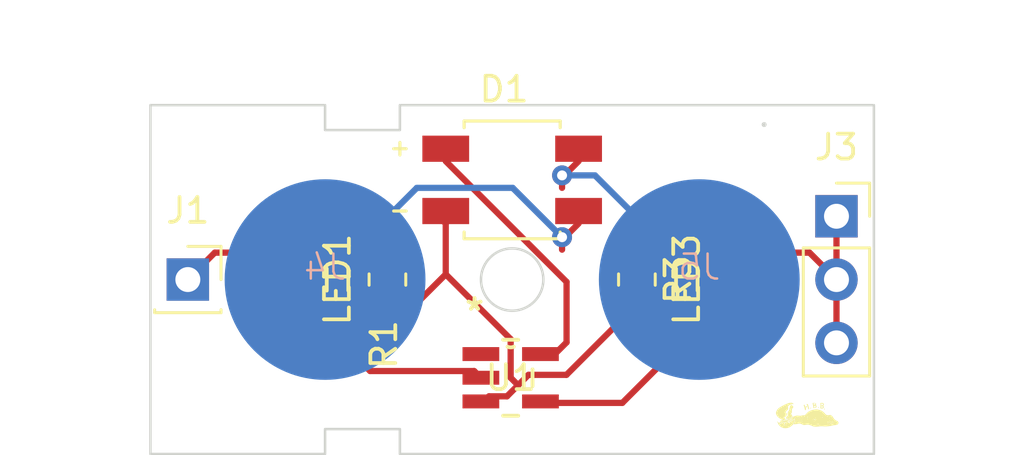
<source format=kicad_pcb>
(kicad_pcb (version 20221018) (generator pcbnew)
  (layers (0 "F.Cu" signal) (31 "B.Cu" signal) (34 "B.Paste" user) (35 "F.Paste" user) (36 "B.SilkS" user "B.Silkscreen") (37 "F.SilkS" user "F.Silkscreen") (38 "B.Mask" user) (39 "F.Mask" user) (44 "Edge.Cuts" user))
  (net 0 "")
  (net 1 "GND")
  (net 2 "VCC")
  (net 3 "Net-(LED1-Pad1)")
  (net 4 "Net-(LED3-Pad1)")
  (net 5 "Net-(J1-Pin_1)")
  (net 6 "Net-(J3-Pin_1)")
  (net 7 "Net-(J5-PWR)")
  (net 8 "Net-(J4-PWR)")
  (net 9 "unconnected-(U1-NC-Pad1)")
  (footprint "Resistor_SMD:R_0805_2012Metric_Pad1.20x1.40mm_HandSolder" (layer "F.Cu") (at 160 87.5 -90)
    (fp_text reference "R3" (at 0 -1.65 90) (layer "F.SilkS"))
    (fp_text value "4k")
    (pad "1" smd roundrect (at -1 0 270) (size 1.2 1.4) (layers "F.Cu" "F.Paste" "F.Mask") (roundrect_rratio 0.208333) (net 4 "Net-(LED3-Pad1)"))
    (pad "2" smd roundrect (at 1 0 270) (size 1.2 1.4) (layers "F.Cu" "F.Paste" "F.Mask") (roundrect_rratio 0.208333) (net 1 "GND"))
  )
  (footprint "DigitalLogicFootprints:LED_LTST-S220GKT_LTO" (layer "F.Cu") (at 148 87.5 90)
    (fp_text reference "LED1" (at 0 0 90 unlocked) (layer "F.SilkS"))
    (fp_text value "LTST-S220GKT")
    (pad "1" smd rect (at -1.0795 0 90) (size 0.6604 0.6096) (layers "F.Cu" "F.Paste" "F.Mask") (net 3 "Net-(LED1-Pad1)"))
    (pad "2" smd rect (at 1.0795 0 90) (size 0.6604 0.6096) (layers "F.Cu" "F.Paste" "F.Mask") (net 5 "Net-(J1-Pin_1)"))
  )
  (footprint "Resistor_SMD:R_0805_2012Metric_Pad1.20x1.40mm_HandSolder" (layer "F.Cu") (at 150 87.5 -90)
    (fp_text reference "R1" (at 2.61 0.14 90) (layer "F.SilkS"))
    (fp_text value "4k")
    (pad "1" smd roundrect (at -1 0 270) (size 1.2 1.4) (layers "F.Cu" "F.Paste" "F.Mask") (roundrect_rratio 0.208333) (net 3 "Net-(LED1-Pad1)"))
    (pad "2" smd roundrect (at 1 0 270) (size 1.2 1.4) (layers "F.Cu" "F.Paste" "F.Mask") (roundrect_rratio 0.208333) (net 1 "GND"))
  )
  (footprint "Connector_PinSocket_2.54mm:PinSocket_1x01_P2.54mm_Vertical" (layer "F.Cu") (at 142 87.5)
    (fp_text reference "J1" (at 0 -2.77) (layer "F.SilkS"))
    (fp_text value "Conn_01x01_Socket")
    (pad "1" thru_hole rect (at 0 0) (size 1.7 1.7) (drill 1) (layers "*.Cu" "*.Mask") (net 5 "Net-(J1-Pin_1)"))
  )
  (footprint "DigitalLogicFootprints:LED_LTST-S220GKT_LTO" (layer "F.Cu") (at 162 87.5 90)
    (fp_text reference "LED3" (at 0 0 90 unlocked) (layer "F.SilkS"))
    (fp_text value "LTST-S220GKT")
    (pad "1" smd rect (at -1.0795 0 90) (size 0.6604 0.6096) (layers "F.Cu" "F.Paste" "F.Mask") (net 4 "Net-(LED3-Pad1)"))
    (pad "2" smd rect (at 1.0795 0 90) (size 0.6604 0.6096) (layers "F.Cu" "F.Paste" "F.Mask") (net 6 "Net-(J3-Pin_1)"))
  )
  (footprint "Connector_PinSocket_2.54mm:PinSocket_1x03_P2.54mm_Vertical" (layer "F.Cu") (at 168 84.96)
    (fp_text reference "J3" (at 0 -2.77) (layer "F.SilkS"))
    (fp_text value "Conn_01x03_Socket")
    (pad "1" thru_hole rect (at 0 0) (size 1.7 1.7) (drill 1) (layers "*.Cu" "*.Mask") (net 6 "Net-(J3-Pin_1)"))
    (pad "2" thru_hole oval (at 0 2.54) (size 1.7 1.7) (drill 1) (layers "*.Cu" "*.Mask") (net 6 "Net-(J3-Pin_1)"))
    (pad "3" thru_hole oval (at 0 5.08) (size 1.7 1.7) (drill 1) (layers "*.Cu" "*.Mask") (net 6 "Net-(J3-Pin_1)"))
  )
  (footprint "DigitalLogicFootprints:DIOB_MB10F-13" (layer "F.Cu") (at 155 83.5)
    (fp_text reference "D1" (at -0.325 -3.635) (layer "F.SilkS"))
    (fp_text value "MB10F-13")
    (pad "1" smd rect (at -2.6625 -1.25) (size 1.875 1.05) (layers "F.Cu" "F.Paste" "F.Mask") (net 2 "VCC"))
    (pad "2" smd rect (at 2.6625 -1.25 180) (size 1.875 1.05) (layers "F.Cu" "F.Paste" "F.Mask") (net 7 "Net-(J5-PWR)"))
    (pad "3" smd rect (at -2.6625 1.25) (size 1.875 1.05) (layers "F.Cu" "F.Paste" "F.Mask") (net 1 "GND"))
    (pad "4" smd rect (at 2.6625 1.25 180) (size 1.875 1.05) (layers "F.Cu" "F.Paste" "F.Mask") (net 8 "Net-(J4-PWR)"))
  )
  (footprint "DigitalLogicFootprints:HBBLogo" (layer "F.Cu") (at 167 93)
    (fp_text reference "G***" hide)
    (fp_text value "LOGO" hide)
  )
  (footprint "DigitalLogicFootprints:DBV5" (layer "F.Cu") (at 154.94 91.44)
    (fp_text reference "U1" (at 0 0 unlocked) (layer "F.SilkS"))
    (fp_text value "SN74LVC1GU04")
    (fp_text user "*" (at -1.4478 -2.6518) (layer "F.SilkS"))
    (fp_text user "*" (at -1.4478 -2.6518 unlocked) (layer "F.SilkS"))
    (pad "1" smd rect (at -1.1938 -0.950001) (size 1.4732 0.5588) (layers "F.Cu" "F.Paste" "F.Mask") (net 9 "unconnected-(U1-NC-Pad1)"))
    (pad "2" smd rect (at -1.1938 0) (size 1.4732 0.5588) (layers "F.Cu" "F.Paste" "F.Mask") (net 5 "Net-(J1-Pin_1)"))
    (pad "3" smd rect (at -1.1938 0.950001) (size 1.4732 0.5588) (layers "F.Cu" "F.Paste" "F.Mask") (net 1 "GND"))
    (pad "4" smd rect (at 1.1938 0.950001) (size 1.4732 0.5588) (layers "F.Cu" "F.Paste" "F.Mask") (net 6 "Net-(J3-Pin_1)"))
    (pad "5" smd rect (at 1.1938 -0.950001) (size 1.4732 0.5588) (layers "F.Cu" "F.Paste" "F.Mask") (net 2 "VCC"))
  )
  (footprint "DigitalLogicFootprints:8mm-snap" (layer "B.Cu") (at 147.5 87.5 180)
    (fp_text reference "J4" (at 0 0.5 unlocked) (layer "B.SilkS") (effects (font (thickness 0.1)) (justify mirror)))
    (fp_text value "~")
    (pad "1" smd circle (at 0 0 180) (size 8.05 8.05) (layers "B.Cu" "B.Paste" "B.Mask") (net 8 "Net-(J4-PWR)"))
  )
  (footprint "DigitalLogicFootprints:8mm-snap" (layer "B.Cu") (at 162.5 87.5 180)
    (fp_text reference "J5" (at 0 0.5 unlocked) (layer "B.SilkS") (effects (font (thickness 0.1)) (justify mirror)))
    (fp_text value "~")
    (pad "1" smd circle (at 0 0 180) (size 8.05 8.05) (layers "B.Cu" "B.Paste" "B.Mask") (net 7 "Net-(J5-PWR)"))
  )
  (gr_poly (pts (xy 140.5 80.5) (xy 147.5 80.5) (xy 147.5 81.5) (xy 150.5 81.5) (xy 150.5 80.5) (xy 169.5 80.5) (xy 169.5 94.5) (xy 150.5 94.5) (xy 150.5 93.5) (xy 147.5 93.5) (xy 147.5 94.5) (xy 140.5 94.5)) (stroke (width 0.1)) (fill none) (layer "Edge.Cuts"))
  (gr_circle (center 165.1 81.28) (end 165.1 81.28) (stroke (width 0.1)) (fill none) (layer "Edge.Cuts"))
  (gr_circle (center 155 87.5) (end 156.25 87.5) (stroke (width 0.1)) (fill none) (layer "Edge.Cuts"))
  (segment (start 155.653749 91.324052) (end 157.175948 91.324052) (width 0.25) (layer "F.Cu") (net 1))
  (segment (start 155.238901 91.738901) (end 155.653749 91.324052) (width 0.25) (layer "F.Cu") (net 1))
  (segment (start 154.0712 92.185001) (end 153.8062 92.450001) (width 0.25) (layer "F.Cu") (net 1))
  (segment (start 154.94 91.44) (end 155.238901 91.738901) (width 0.25) (layer "F.Cu") (net 1))
  (segment (start 154.94 89.891499) (end 154.94 91.44) (width 0.25) (layer "F.Cu") (net 1))
  (segment (start 152.3375 85.25) (end 152.3375 87.288999) (width 0.25) (layer "F.Cu") (net 1))
  (segment (start 151.126499 88.5) (end 152.3375 87.288999) (width 0.25) (layer "F.Cu") (net 1))
  (segment (start 152.3375 87.288999) (end 154.94 89.891499) (width 0.25) (layer "F.Cu") (net 1))
  (segment (start 151.8375 84.75) (end 152.3375 85.25) (width 0.25) (layer "F.Cu") (net 1))
  (segment (start 160 88.5) (end 160 88.370722) (width 0.25) (layer "F.Cu") (net 1))
  (segment (start 157.175948 91.324052) (end 160 88.5) (width 0.25) (layer "F.Cu") (net 1))
  (segment (start 150 88.5) (end 151.126499 88.5) (width 0.25) (layer "F.Cu") (net 1))
  (segment (start 154.7928 92.185001) (end 155.238901 91.738901) (width 0.25) (layer "F.Cu") (net 1))
  (segment (start 154.7928 92.185001) (end 154.0712 92.185001) (width 0.25) (layer "F.Cu") (net 1))
  (segment (start 157.1804 87.5929) (end 157.1804 90.020599) (width 0.25) (layer "F.Cu") (net 2))
  (segment (start 156.651 90.549999) (end 156.1938 90.549999) (width 0.25) (layer "F.Cu") (net 2))
  (segment (start 157.1804 90.020599) (end 156.651 90.549999) (width 0.25) (layer "F.Cu") (net 2))
  (segment (start 152.3375 82.75) (end 157.1804 87.5929) (width 0.25) (layer "F.Cu") (net 2))
  (segment (start 150 86.5) (end 150 86.629278) (width 0.25) (layer "F.Cu") (net 3))
  (segment (start 150 86.629278) (end 148.049778 88.5795) (width 0.25) (layer "F.Cu") (net 3))
  (segment (start 148.049778 88.5795) (end 148 88.5795) (width 0.25) (layer "F.Cu") (net 3))
  (segment (start 161.950222 88.5795) (end 162 88.5795) (width 0.25) (layer "F.Cu") (net 4))
  (segment (start 160 86.5) (end 160 86.629278) (width 0.25) (layer "F.Cu") (net 4))
  (segment (start 160 86.629278) (end 161.950222 88.5795) (width 0.25) (layer "F.Cu") (net 4))
  (segment (start 147.4452 86.4205) (end 147.3702 86.4955) (width 0.25) (layer "F.Cu") (net 5))
  (segment (start 147.3702 86.4955) (end 147.3702 89.2347) (width 0.25) (layer "F.Cu") (net 5))
  (segment (start 149.306222 91.170722) (end 153.476922 91.170722) (width 0.25) (layer "F.Cu") (net 5))
  (segment (start 153.476922 91.170722) (end 153.7462 91.44) (width 0.25) (layer "F.Cu") (net 5))
  (segment (start 148 86.4205) (end 147.4452 86.4205) (width 0.25) (layer "F.Cu") (net 5))
  (segment (start 147.3702 89.2347) (end 149.306222 91.170722) (width 0.25) (layer "F.Cu") (net 5))
  (segment (start 142 87.5) (end 143.0795 86.4205) (width 0.25) (layer "F.Cu") (net 5))
  (segment (start 143.0795 86.4205) (end 148 86.4205) (width 0.25) (layer "F.Cu") (net 5))
  (segment (start 156.1938 92.450001) (end 159.414499 92.450001) (width 0.25) (layer "F.Cu") (net 6))
  (segment (start 162 86.4205) (end 162.5548 86.4205) (width 0.25) (layer "F.Cu") (net 6))
  (segment (start 166.9205 86.4205) (end 168 87.5) (width 0.25) (layer "F.Cu") (net 6))
  (segment (start 162 86.4205) (end 166.9205 86.4205) (width 0.25) (layer "F.Cu") (net 6))
  (segment (start 162.0795 86.5) (end 162 86.4205) (width 0.25) (layer "F.Cu") (net 6))
  (segment (start 162.6298 86.4955) (end 162.5548 86.4205) (width 0.25) (layer "F.Cu") (net 6))
  (segment (start 168 84.96) (end 168 87.5) (width 0.25) (layer "F.Cu") (net 6))
  (segment (start 168 87.5) (end 168 90.04) (width 0.25) (layer "F.Cu") (net 6))
  (segment (start 162.6298 89.2347) (end 162.6298 86.4955) (width 0.25) (layer "F.Cu") (net 6))
  (segment (start 159.414499 92.450001) (end 162.6298 89.2347) (width 0.25) (layer "F.Cu") (net 6))
  (segment (start 161.950222 86.4205) (end 162 86.4205) (width 0.25) (layer "F.Cu") (net 6))
  (segment (start 157 83.82) (end 157 83.4125) (width 0.25) (layer "F.Cu") (net 7))
  (segment (start 157 83.4125) (end 157.6625 82.75) (width 0.25) (layer "F.Cu") (net 7))
  (via (at 157 83.32) (size 0.8) (drill 0.4) (layers "F.Cu" "B.Cu") (net 7))
  (segment (start 157 83.32) (end 158.32 83.32) (width 0.25) (layer "B.Cu") (net 7))
  (segment (start 158.32 83.32) (end 162.5 87.5) (width 0.25) (layer "B.Cu") (net 7))
  (segment (start 157 86.3) (end 157 85.9125) (width 0.25) (layer "F.Cu") (net 8))
  (segment (start 157 85.9125) (end 157.6625 85.25) (width 0.25) (layer "F.Cu") (net 8))
  (via (at 157 85.8) (size 0.8) (drill 0.4) (layers "F.Cu" "B.Cu") (net 8))
  (segment (start 155.02 83.82) (end 151.18 83.82) (width 0.25) (layer "B.Cu") (net 8))
  (segment (start 157 85.8) (end 155.02 83.82) (width 0.25) (layer "B.Cu") (net 8))
  (segment (start 151.18 83.82) (end 147.5 87.5) (width 0.25) (layer "B.Cu") (net 8))
  (segment (start 149.365 85.635) (end 147.5 87.5) (width 0.25) (layer "B.Cu") (net 8))
  (segment (start 153.942595 90.500001) (end 153.8062 90.500001) (width 0.25) (layer "F.Cu") (net 9))
)
</source>
